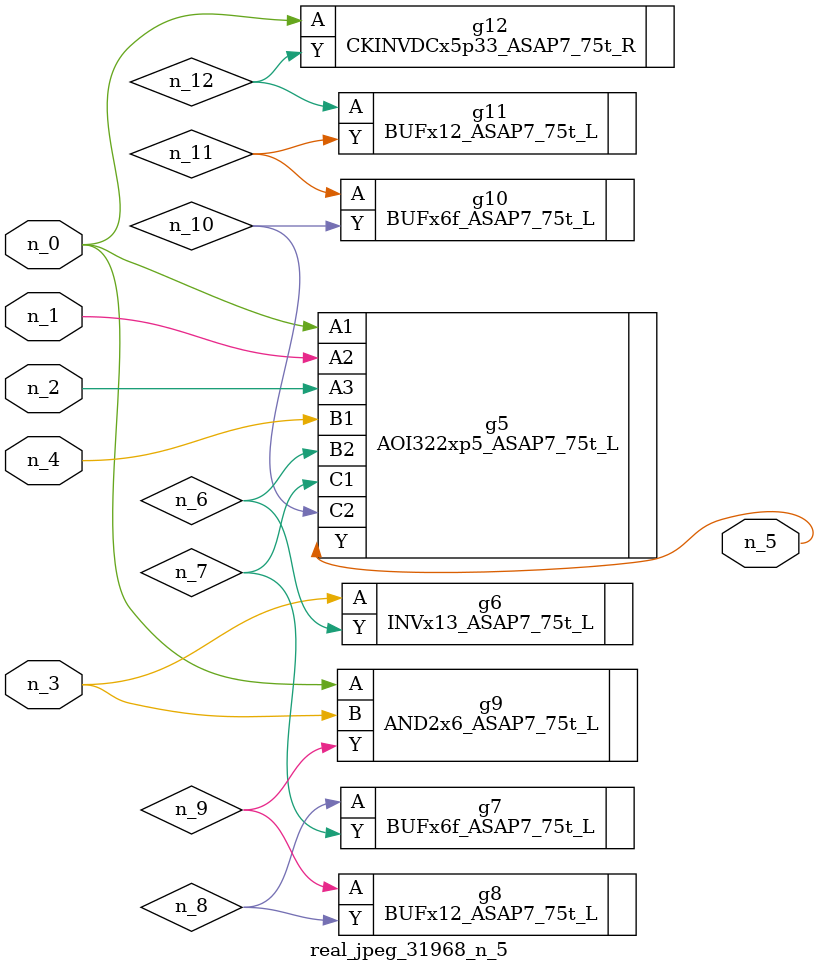
<source format=v>
module real_jpeg_31968_n_5 (n_4, n_0, n_1, n_2, n_3, n_5);

input n_4;
input n_0;
input n_1;
input n_2;
input n_3;

output n_5;

wire n_12;
wire n_8;
wire n_11;
wire n_6;
wire n_7;
wire n_10;
wire n_9;

AOI322xp5_ASAP7_75t_L g5 ( 
.A1(n_0),
.A2(n_1),
.A3(n_2),
.B1(n_4),
.B2(n_6),
.C1(n_7),
.C2(n_10),
.Y(n_5)
);

AND2x6_ASAP7_75t_L g9 ( 
.A(n_0),
.B(n_3),
.Y(n_9)
);

CKINVDCx5p33_ASAP7_75t_R g12 ( 
.A(n_0),
.Y(n_12)
);

INVx13_ASAP7_75t_L g6 ( 
.A(n_3),
.Y(n_6)
);

BUFx6f_ASAP7_75t_L g7 ( 
.A(n_8),
.Y(n_7)
);

BUFx12_ASAP7_75t_L g8 ( 
.A(n_9),
.Y(n_8)
);

BUFx6f_ASAP7_75t_L g10 ( 
.A(n_11),
.Y(n_10)
);

BUFx12_ASAP7_75t_L g11 ( 
.A(n_12),
.Y(n_11)
);


endmodule
</source>
